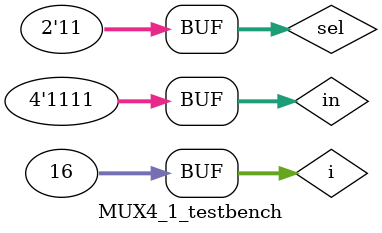
<source format=sv>
`timescale 1ns/10ps


module MUX4_1 (a, sel, out);   
	output logic  out;   
	input  logic [3:0] a;  
	input logic [1:0] sel;	
   logic  [1:0] o_i;//intermediate outputs of the 2 mux2_1, before output of final mux
	genvar i; 
	generate     
		for(i=0; i<2; i++) begin : each_mux2_1       
			MUX2_1 mux2_1 (.a(a[i]), .b(a[i+2]), .sel(sel[1]), .out(o_i[i]));     
		end   
	endgenerate 
	
	MUX2_1 lastmux (.a(o_i[0]), .b(o_i[1]), .sel(sel[0]), .out(out));
	
endmodule 

module MUX4_1_testbench();
 logic [3:0] in;
 logic [1:0] sel;
 logic out;
 
 MUX4_1 dut (.a(in), .sel, .out);
 
 integer i;
 initial 
 begin
	sel = 2'b00; 
	for (i = 0; i <16; i = i + 1) begin 
		in = i; #10;
	end
	sel = 2'b01; 
	for (i = 0; i <16; i = i + 1) begin 
		in = i; #10;
	end
	sel = 2'b10; 
	for (i = 0; i <16; i = i + 1) begin 
		in = i; #10;
	end
	sel = 2'b11; 
	for (i = 0; i <16; i = i + 1) begin 
		in = i; #10;
   end
 end
 
endmodule 
</source>
